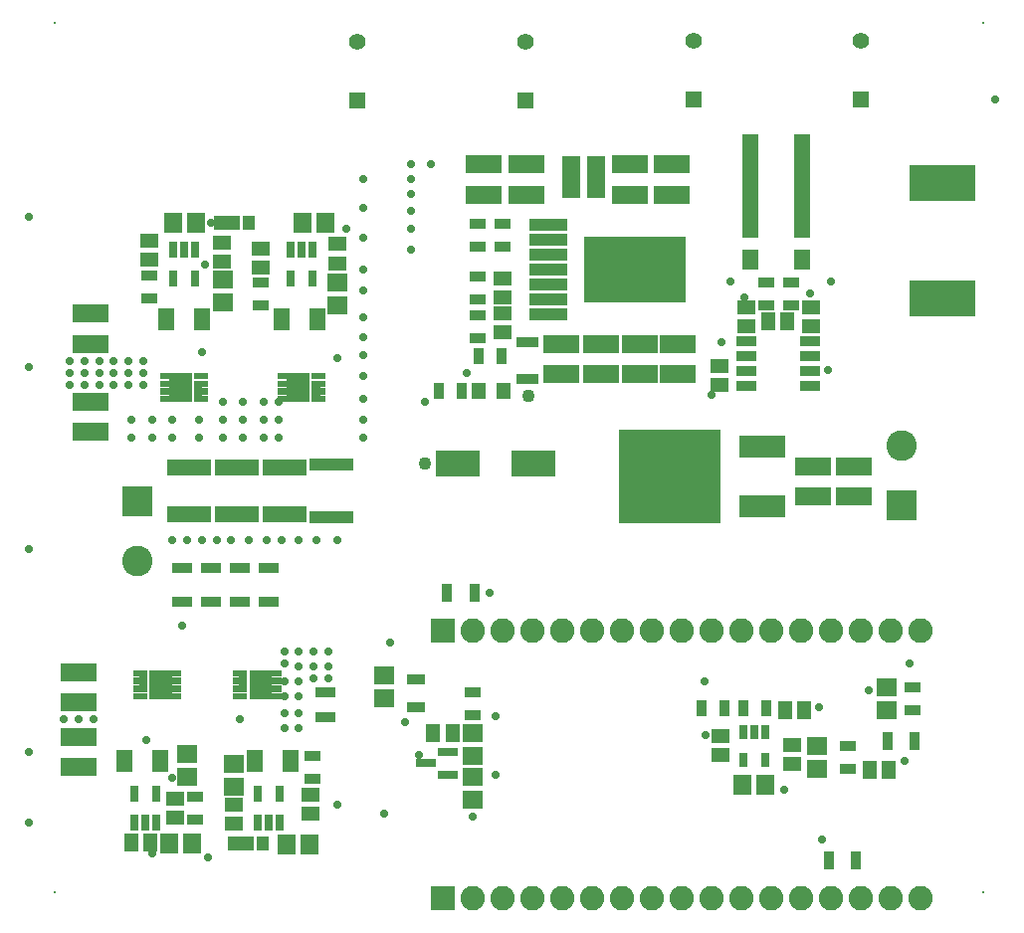
<source format=gts>
G04*
G04 #@! TF.GenerationSoftware,Altium Limited,Altium Designer,20.1.12 (249)*
G04*
G04 Layer_Color=8388736*
%FSLAX44Y44*%
%MOMM*%
G71*
G04*
G04 #@! TF.SameCoordinates,284B2C5B-B2DB-445A-AC85-361AEC2CE434*
G04*
G04*
G04 #@! TF.FilePolarity,Negative*
G04*
G01*
G75*
%ADD25R,1.7000X0.9500*%
%ADD29R,0.9562X1.5562*%
%ADD30R,1.5562X0.9562*%
%ADD40R,1.4500X0.9500*%
%ADD41R,0.9500X1.4500*%
%ADD42R,1.3561X1.8582*%
%ADD49R,1.4032X8.9032*%
%ADD50R,1.4032X1.8032*%
%ADD51R,8.7132X8.0732*%
%ADD52R,4.0132X1.8232*%
%ADD53R,1.5932X1.1632*%
%ADD54R,1.1632X1.5932*%
%ADD55R,3.0232X1.6332*%
%ADD56R,1.9832X0.9132*%
%ADD57R,3.7532X2.2532*%
%ADD58R,3.8132X1.0132*%
%ADD59R,3.7232X1.4532*%
%ADD60R,0.8032X1.4032*%
%ADD61R,8.7432X5.5532*%
%ADD62R,3.2632X1.0932*%
%ADD63R,1.0032X1.3032*%
%ADD64R,2.2032X1.3032*%
%ADD65R,1.2032X0.5432*%
%ADD66R,1.5032X3.6032*%
%ADD67R,0.8032X1.3032*%
%ADD68R,1.7282X0.8532*%
%ADD69R,1.7532X1.5532*%
%ADD70R,1.5532X1.7532*%
%ADD71R,5.6032X3.1032*%
%ADD72R,1.7032X0.8032*%
%ADD73R,1.6532X0.9532*%
%ADD74R,1.3032X1.4032*%
%ADD75C,2.6032*%
%ADD76R,2.6032X2.6032*%
%ADD77C,0.2000*%
%ADD78C,2.0782*%
%ADD79R,2.0782X2.0782*%
%ADD80R,1.4032X1.4032*%
%ADD81C,1.4032*%
%ADD82C,0.7016*%
%ADD83C,1.1016*%
G36*
X108500Y201000D02*
X96500D01*
Y206500D01*
X101500D01*
Y207500D01*
X96500D01*
Y213000D01*
X101500D01*
Y214000D01*
X96500D01*
Y219500D01*
X108500D01*
Y201000D01*
D02*
G37*
G36*
X137500Y214000D02*
X129500D01*
Y213000D01*
X137500D01*
Y207500D01*
X129500D01*
Y206500D01*
X137500D01*
Y201000D01*
X129500D01*
Y200000D01*
X137500D01*
Y194500D01*
X110500D01*
Y219500D01*
X137500D01*
Y214000D01*
D02*
G37*
G36*
X193500Y201000D02*
X181500D01*
Y206500D01*
X186500D01*
Y207500D01*
X181500D01*
Y213000D01*
X186500D01*
Y214000D01*
X181500D01*
Y219500D01*
X193500D01*
Y201000D01*
D02*
G37*
G36*
X222500Y214000D02*
X214500D01*
Y213000D01*
X222500D01*
Y207500D01*
X214500D01*
Y206500D01*
X222500D01*
Y201000D01*
X214500D01*
Y200000D01*
X222500D01*
Y194500D01*
X195500D01*
Y219500D01*
X222500D01*
Y214000D01*
D02*
G37*
G36*
X119500Y453000D02*
X127500D01*
Y454000D01*
X119500D01*
Y459500D01*
X127500D01*
Y460500D01*
X119500D01*
Y466000D01*
X127500D01*
Y467000D01*
X119500D01*
Y472500D01*
X146500D01*
Y447500D01*
X119500D01*
Y453000D01*
D02*
G37*
G36*
X148500Y466000D02*
X160500D01*
Y460500D01*
X155500D01*
Y459500D01*
X160500D01*
Y454000D01*
X155500D01*
Y453000D01*
X160500D01*
Y447500D01*
X148500D01*
Y466000D01*
D02*
G37*
G36*
X219500Y453000D02*
X227500D01*
Y454000D01*
X219500D01*
Y459500D01*
X227500D01*
Y460500D01*
X219500D01*
Y466000D01*
X227500D01*
Y467000D01*
X219500D01*
Y472500D01*
X246500D01*
Y447500D01*
X219500D01*
Y453000D01*
D02*
G37*
G36*
X248500Y466000D02*
X260500D01*
Y460500D01*
X255500D01*
Y459500D01*
X260500D01*
Y454000D01*
X255500D01*
Y453000D01*
X260500D01*
Y447500D01*
X248500D01*
Y466000D01*
D02*
G37*
D25*
X212000Y306000D02*
D03*
Y278000D02*
D03*
X187085Y306000D02*
D03*
Y278000D02*
D03*
X162543Y306000D02*
D03*
Y278000D02*
D03*
X138000Y306000D02*
D03*
Y278000D02*
D03*
D29*
X711750Y57124D02*
D03*
X688250D02*
D03*
X363250Y285124D02*
D03*
X386750D02*
D03*
X761750Y159376D02*
D03*
X738250D02*
D03*
D30*
X336734Y211750D02*
D03*
Y188250D02*
D03*
D40*
X149000Y111750D02*
D03*
Y92250D02*
D03*
X390000Y535250D02*
D03*
Y554750D02*
D03*
Y521750D02*
D03*
Y502250D02*
D03*
X389940Y580250D02*
D03*
Y599750D02*
D03*
X410982Y580250D02*
D03*
Y599750D02*
D03*
X110000Y555750D02*
D03*
Y536250D02*
D03*
X249000Y127250D02*
D03*
Y146750D02*
D03*
X760000Y185250D02*
D03*
Y204750D02*
D03*
X656042Y530250D02*
D03*
Y549750D02*
D03*
X635000Y530250D02*
D03*
Y549750D02*
D03*
X385000Y181427D02*
D03*
Y200926D02*
D03*
X205000Y549750D02*
D03*
Y530250D02*
D03*
X705000Y135250D02*
D03*
Y154750D02*
D03*
D41*
X390250Y487000D02*
D03*
X409750D02*
D03*
X375807Y457197D02*
D03*
X356307D02*
D03*
X615793Y187043D02*
D03*
X635293D02*
D03*
X599750D02*
D03*
X580250D02*
D03*
D42*
X155261Y518000D02*
D03*
X124739D02*
D03*
X199739Y142000D02*
D03*
X230261D02*
D03*
X253261Y518000D02*
D03*
X222739D02*
D03*
X119427Y142000D02*
D03*
X88906D02*
D03*
D49*
X666000Y631250D02*
D03*
X622000D02*
D03*
D50*
Y568750D02*
D03*
X666000D02*
D03*
D51*
X552772Y384600D02*
D03*
D52*
X632172Y410000D02*
D03*
Y359200D02*
D03*
D53*
X132000Y110100D02*
D03*
Y93900D02*
D03*
X410542Y553100D02*
D03*
Y536900D02*
D03*
X172000Y583100D02*
D03*
Y566900D02*
D03*
X110000Y568900D02*
D03*
Y585100D02*
D03*
X247000Y113100D02*
D03*
Y96900D02*
D03*
X182000Y105100D02*
D03*
Y88900D02*
D03*
X410542Y523100D02*
D03*
Y506900D02*
D03*
X595000Y461900D02*
D03*
Y478100D02*
D03*
X618000Y528100D02*
D03*
Y511900D02*
D03*
X673000Y528100D02*
D03*
Y511900D02*
D03*
X205000Y561900D02*
D03*
Y578100D02*
D03*
X656793Y155702D02*
D03*
Y139502D02*
D03*
X595957Y163100D02*
D03*
Y146900D02*
D03*
X270000Y582100D02*
D03*
Y565900D02*
D03*
D54*
X111100Y73000D02*
D03*
X94900D02*
D03*
X653100Y516000D02*
D03*
X636900D02*
D03*
X368100Y166176D02*
D03*
X351900D02*
D03*
X739542Y134303D02*
D03*
X723343D02*
D03*
X667335Y185000D02*
D03*
X651135D02*
D03*
D55*
X431000Y624100D02*
D03*
Y649900D02*
D03*
X395000Y624100D02*
D03*
Y649900D02*
D03*
X560000Y471100D02*
D03*
Y496900D02*
D03*
X528000Y471100D02*
D03*
Y496900D02*
D03*
X495000Y471100D02*
D03*
Y496900D02*
D03*
X461000Y471100D02*
D03*
Y496900D02*
D03*
X60000Y497100D02*
D03*
Y522900D02*
D03*
Y447900D02*
D03*
Y422100D02*
D03*
X50196Y192100D02*
D03*
Y217900D02*
D03*
X50000Y162900D02*
D03*
Y137100D02*
D03*
X675115Y392900D02*
D03*
Y367100D02*
D03*
X709358Y392900D02*
D03*
Y367100D02*
D03*
X519000Y624100D02*
D03*
Y649900D02*
D03*
X555000Y624100D02*
D03*
Y649900D02*
D03*
D56*
X432000Y467600D02*
D03*
Y498400D02*
D03*
D57*
X372707Y395707D02*
D03*
X436707D02*
D03*
D58*
X265000Y349500D02*
D03*
Y394500D02*
D03*
D59*
X225000Y352200D02*
D03*
Y391800D02*
D03*
X185000Y352200D02*
D03*
Y391800D02*
D03*
X144000Y352200D02*
D03*
Y391800D02*
D03*
D60*
X97500Y89500D02*
D03*
X107000D02*
D03*
X116500D02*
D03*
Y114500D02*
D03*
X97500D02*
D03*
X202500Y89500D02*
D03*
X212000D02*
D03*
X221500D02*
D03*
Y114500D02*
D03*
X202500D02*
D03*
X249500Y577500D02*
D03*
X240000D02*
D03*
X230500D02*
D03*
Y552500D02*
D03*
X249500D02*
D03*
X149500Y577500D02*
D03*
X140000D02*
D03*
X130500D02*
D03*
Y552500D02*
D03*
X149500D02*
D03*
D61*
X523050Y560000D02*
D03*
D62*
X450000Y521900D02*
D03*
Y534600D02*
D03*
Y547300D02*
D03*
Y560000D02*
D03*
Y572700D02*
D03*
Y585400D02*
D03*
Y598100D02*
D03*
D63*
X195000Y600000D02*
D03*
X207000Y72000D02*
D03*
D64*
X176000Y600000D02*
D03*
X188000Y72000D02*
D03*
D65*
X102500Y197250D02*
D03*
X254500Y469750D02*
D03*
X187500Y197250D02*
D03*
X154500Y469750D02*
D03*
D66*
X490500Y639000D02*
D03*
X469500D02*
D03*
D67*
X634500Y143000D02*
D03*
X615500D02*
D03*
Y167000D02*
D03*
X625000D02*
D03*
X634500D02*
D03*
D68*
X672120Y460950D02*
D03*
Y473650D02*
D03*
Y486350D02*
D03*
Y499050D02*
D03*
X617880D02*
D03*
Y486350D02*
D03*
Y473650D02*
D03*
Y460950D02*
D03*
D69*
X385000Y109426D02*
D03*
Y128926D02*
D03*
X310000Y195250D02*
D03*
Y214750D02*
D03*
X385000Y146426D02*
D03*
Y165926D02*
D03*
X737797Y185250D02*
D03*
Y204750D02*
D03*
X270000Y530250D02*
D03*
Y549750D02*
D03*
X142000Y128250D02*
D03*
Y147750D02*
D03*
X173000Y551750D02*
D03*
Y532250D02*
D03*
X182000Y120250D02*
D03*
Y139750D02*
D03*
X678495Y135250D02*
D03*
Y154750D02*
D03*
D70*
X227250Y71000D02*
D03*
X246750D02*
D03*
X615250Y121798D02*
D03*
X634750D02*
D03*
X259750Y600000D02*
D03*
X240250D02*
D03*
X127250Y72000D02*
D03*
X146750D02*
D03*
X149750Y600000D02*
D03*
X130250D02*
D03*
D71*
X785000Y634500D02*
D03*
Y535500D02*
D03*
D72*
X345500Y140176D02*
D03*
X364500Y149676D02*
D03*
Y130676D02*
D03*
D73*
X260000Y201000D02*
D03*
Y179000D02*
D03*
D74*
X411558Y457197D02*
D03*
X390558D02*
D03*
D75*
X99857Y312100D02*
D03*
X750000Y410400D02*
D03*
D76*
X99857Y362900D02*
D03*
X750000Y359600D02*
D03*
D77*
X30000Y30000D02*
D03*
X820000D02*
D03*
X30000Y770000D02*
D03*
X820000D02*
D03*
D78*
X766400Y253000D02*
D03*
X741000D02*
D03*
X715600D02*
D03*
X690200D02*
D03*
X664800D02*
D03*
X639400D02*
D03*
X614000D02*
D03*
X588600D02*
D03*
X563200D02*
D03*
X537800D02*
D03*
X512400D02*
D03*
X487000D02*
D03*
X461600D02*
D03*
X436200D02*
D03*
X410800D02*
D03*
X385400D02*
D03*
X766400Y25000D02*
D03*
X741000D02*
D03*
X715600D02*
D03*
X690200D02*
D03*
X664800D02*
D03*
X639400D02*
D03*
X614000D02*
D03*
X588600D02*
D03*
X563200D02*
D03*
X537800D02*
D03*
X512400D02*
D03*
X487000D02*
D03*
X461600D02*
D03*
X436200D02*
D03*
X410800D02*
D03*
X385400D02*
D03*
D79*
X360000Y253000D02*
D03*
Y25000D02*
D03*
D80*
X716000Y705000D02*
D03*
X572957D02*
D03*
X429915Y704000D02*
D03*
X286872D02*
D03*
D81*
X716000Y755000D02*
D03*
X572957D02*
D03*
X429915Y754000D02*
D03*
X286872D02*
D03*
D82*
X830000Y705000D02*
D03*
X385000Y95000D02*
D03*
X160000Y60000D02*
D03*
X277500Y595000D02*
D03*
X680000Y187500D02*
D03*
X157500Y565000D02*
D03*
X7500Y605000D02*
D03*
Y477500D02*
D03*
Y322500D02*
D03*
Y150000D02*
D03*
Y90000D02*
D03*
X187500Y177500D02*
D03*
X107500Y160000D02*
D03*
X138419Y257463D02*
D03*
X155000Y490000D02*
D03*
X270000Y485000D02*
D03*
X399876Y285124D02*
D03*
X270000Y105000D02*
D03*
X650000Y117500D02*
D03*
X682500Y75000D02*
D03*
X405000Y130000D02*
D03*
Y180000D02*
D03*
X690000Y550000D02*
D03*
X605000D02*
D03*
X350000Y650000D02*
D03*
X332500D02*
D03*
Y577500D02*
D03*
Y595000D02*
D03*
Y610000D02*
D03*
Y625000D02*
D03*
Y637500D02*
D03*
X588410Y453410D02*
D03*
X687500Y475000D02*
D03*
X672500Y540000D02*
D03*
X616444Y536374D02*
D03*
X292500Y560000D02*
D03*
X380000Y472500D02*
D03*
X292500Y587500D02*
D03*
X345000Y447500D02*
D03*
X752500Y142500D02*
D03*
X722500Y202500D02*
D03*
X582500Y210000D02*
D03*
X596950Y498734D02*
D03*
X583450Y164050D02*
D03*
X340000Y147500D02*
D03*
X327830Y175438D02*
D03*
X315000Y242500D02*
D03*
X112997Y63770D02*
D03*
X310000Y97500D02*
D03*
X130000Y127500D02*
D03*
X162500Y599999D02*
D03*
X292500Y637500D02*
D03*
Y612500D02*
D03*
Y542500D02*
D03*
Y520000D02*
D03*
Y502500D02*
D03*
Y487500D02*
D03*
Y470000D02*
D03*
Y450000D02*
D03*
Y432500D02*
D03*
Y417500D02*
D03*
X757500Y225000D02*
D03*
X105000Y462500D02*
D03*
Y472500D02*
D03*
Y482500D02*
D03*
X92500Y462500D02*
D03*
Y472500D02*
D03*
Y482500D02*
D03*
X80000Y472500D02*
D03*
X67500D02*
D03*
X55000D02*
D03*
X42500D02*
D03*
X80000Y462500D02*
D03*
X67500D02*
D03*
X55000D02*
D03*
X42500D02*
D03*
Y482500D02*
D03*
X80000D02*
D03*
X67500D02*
D03*
X55000D02*
D03*
X62500Y177500D02*
D03*
X50000D02*
D03*
X37500D02*
D03*
X262500Y212500D02*
D03*
X250000D02*
D03*
X262500Y222500D02*
D03*
X250000D02*
D03*
X262500Y235000D02*
D03*
X250000D02*
D03*
X237500Y170000D02*
D03*
X225000D02*
D03*
X237500Y182500D02*
D03*
X225000D02*
D03*
X237500Y197500D02*
D03*
X225000D02*
D03*
X237500Y210000D02*
D03*
X225000D02*
D03*
X237500Y222500D02*
D03*
X225000Y225000D02*
D03*
X237500Y235000D02*
D03*
X225000D02*
D03*
X220000Y417500D02*
D03*
Y432500D02*
D03*
Y447500D02*
D03*
X207500D02*
D03*
X190000D02*
D03*
X172500D02*
D03*
X207500Y417500D02*
D03*
Y432500D02*
D03*
X190000Y417500D02*
D03*
Y432500D02*
D03*
X172500Y417500D02*
D03*
Y432500D02*
D03*
X152500Y417500D02*
D03*
Y432500D02*
D03*
X130000Y417500D02*
D03*
Y432500D02*
D03*
X112500Y417500D02*
D03*
X95000D02*
D03*
X112500Y432500D02*
D03*
X95000D02*
D03*
X270000Y330000D02*
D03*
X252500D02*
D03*
X237500D02*
D03*
X222500D02*
D03*
X210000D02*
D03*
X195000D02*
D03*
X180000D02*
D03*
X167500D02*
D03*
X155000D02*
D03*
X142500D02*
D03*
X130000D02*
D03*
X590472Y419600D02*
D03*
Y404600D02*
D03*
Y384600D02*
D03*
Y364600D02*
D03*
Y349600D02*
D03*
X577472Y419600D02*
D03*
Y404600D02*
D03*
Y384600D02*
D03*
Y364600D02*
D03*
Y349600D02*
D03*
X562472Y419600D02*
D03*
Y404600D02*
D03*
Y384600D02*
D03*
Y364600D02*
D03*
Y349600D02*
D03*
X547472Y419600D02*
D03*
Y404600D02*
D03*
Y384600D02*
D03*
Y364600D02*
D03*
Y349600D02*
D03*
X532472Y419600D02*
D03*
Y404600D02*
D03*
Y384600D02*
D03*
Y364600D02*
D03*
Y349600D02*
D03*
X517472Y419600D02*
D03*
Y404600D02*
D03*
Y384600D02*
D03*
Y364600D02*
D03*
Y349600D02*
D03*
X124000Y199250D02*
D03*
X115250D02*
D03*
X123750Y207250D02*
D03*
X115250Y207000D02*
D03*
X123500Y214750D02*
D03*
X115250Y215000D02*
D03*
X233000Y467750D02*
D03*
X241750D02*
D03*
X233250Y459750D02*
D03*
X241750Y460000D02*
D03*
X233500Y452250D02*
D03*
X241750Y452000D02*
D03*
X209000Y199250D02*
D03*
X200250D02*
D03*
X208750Y207250D02*
D03*
X200250Y207000D02*
D03*
X208500Y214750D02*
D03*
X200250Y215000D02*
D03*
X133000Y467750D02*
D03*
X141750D02*
D03*
X133250Y459750D02*
D03*
X141750Y460000D02*
D03*
X133500Y452250D02*
D03*
X141750Y452000D02*
D03*
D83*
X432500Y452500D02*
D03*
X345000Y395000D02*
D03*
M02*

</source>
